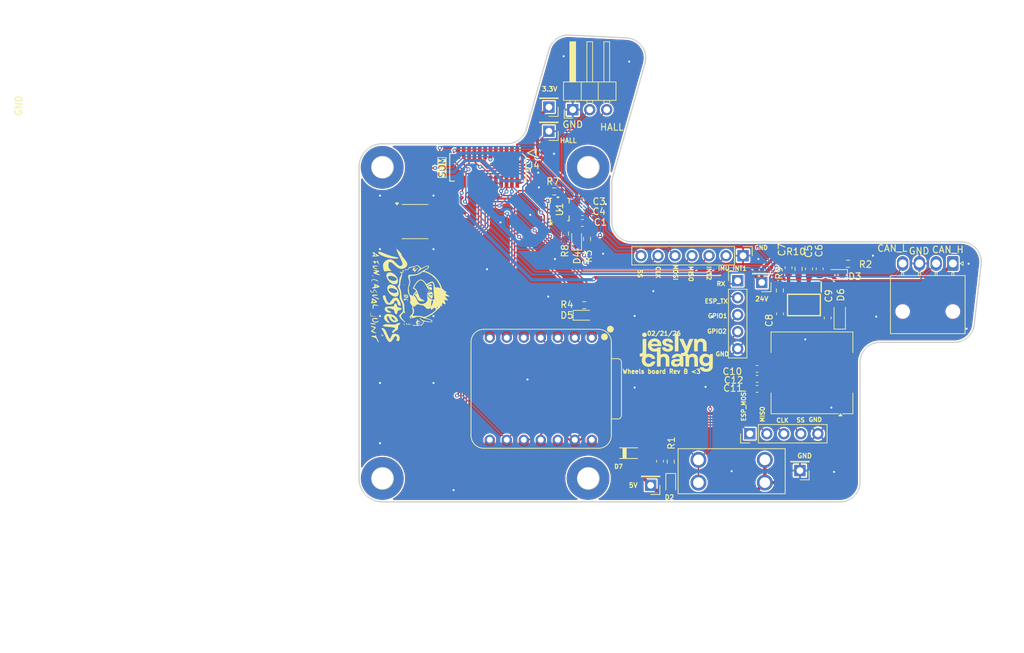
<source format=kicad_pcb>
(kicad_pcb (version 20241229) (generator "pcbnew") (generator_version "9.0")
  (layers (0 "F.Cu" signal) (2 "B.Cu" signal) (13 "F.Paste" user) (15 "B.Paste" user) (5 "F.SilkS" user "F.Silkscreen") (7 "B.SilkS" user "B.Silkscreen") (1 "F.Mask" user) (3 "B.Mask" user) (25 "Edge.Cuts" user))
  (net 0 "")
  (net 1 "+3.3V")
  (net 2 "GND")
  (net 3 "+24V")
  (net 4 "Net-(U4-SS)")
  (net 5 "Net-(U4-COMP)")
  (net 6 "Net-(C8-Pad2)")
  (net 7 "Net-(U4-BOOT)")
  (net 8 "/24v to 5v convertor/IND_NODE")
  (net 9 "+5V")
  (net 10 "Net-(U2-5V)")
  (net 11 "Net-(D2-K)")
  (net 12 "Net-(D3-K)")
  (net 13 "Net-(D4-K)")
  (net 14 "/XIAO_HEARTBEAT_LED")
  (net 15 "Net-(D5-K)")
  (net 16 "/HALL_OUT")
  (net 17 "/ESP_SPI_MISO")
  (net 18 "/ESP_SPI_CLK")
  (net 19 "/ESP_SPI_MOSI")
  (net 20 "/ESP_SPI_SS")
  (net 21 "/IMU_SPI_SS")
  (net 22 "/IMU_SPI_MISO")
  (net 23 "/IMU_SPI_CLK")
  (net 24 "/IMU_SPI_MOSI")
  (net 25 "/ESP_UART_TX")
  (net 32 "/IMU_INT2")
  (net 36 "/EXTRA_GPIO2")
  (net 37 "/IMU_INT1")
  (net 41 "/ESP_UART_RX")
  (net 43 "/EXTRA_GPIO1")
  (net 45 "/24v to 5v convertor/ROSC")
  (net 54 "Net-(J3-Pin_2)")
  (net 55 "/CAN_L")
  (net 56 "/CAN_H")
  (net 57 "/HALL_PSOM")
  (footprint "Capacitor_SMD:C_0603_1608Metric_Pad1.08x0.95mm_HandSolder" (layer "F.Cu") (at 227.550002 78.000002 -90)
    (property "Reference" "C9")
    (property "Value" "0.1uF")
  )
  (footprint "Capacitor_SMD:C_0603_1608Metric_Pad1.08x0.95mm_HandSolder" (layer "F.Cu") (at 220.439001 77.384802 90)
    (property "Reference" "C8")
    (property "Value" "3.3nF")
  )
  (footprint "Connector_PinHeader_2.54mm:PinHeader_1x01_P2.54mm_Vertical" (layer "F.Cu") (at 185.9 50.1 180)
    (property "Reference" "J11" (hide yes))
    (property "Value" "hall_out")
  )
  (footprint "Resistor_SMD:R_0603_1608Metric_Pad0.98x0.95mm_HandSolder" (layer "F.Cu") (at 230.6 69.9)
    (property "Reference" "R2")
    (property "Value" "4.2k")
  )
  (footprint "LOGO" (layer "F.Cu") (at 208.2 80.9)
    (property "Reference" "G***" (hide yes))
    (property "Value" "LOGO" (hide yes))
  )
  (footprint "Connector_PinHeader_2.54mm:PinHeader_1x07_P2.54mm_Vertical" (layer "F.Cu") (at 214.9 68.7 -90)
    (property "Reference" "J7" (hide yes))
    (property "Value" "Conn_01x07")
  )
  (footprint "Connector_Molex:Molex_Nano-Fit_105313-xx04_1x04_P2.50mm_Horizontal" (layer "F.Cu") (at 246.25 69.86 -90)
    (property "Reference" "J6" (hide yes))
    (property "Value" "Conn_01x05_Pin")
  )
  (footprint "UTSVT_Logos:roosters" (layer "F.Cu") (at 165.1 74.5 -90)
    (property "Reference" "LOGO2" (hide yes))
    (property "Value" "Rooster" (hide yes))
  )
  (footprint "Connector_PinHeader_2.54mm:PinHeader_1x01_P2.54mm_Vertical" (layer "F.Cu") (at 217.7 72.7 180)
    (property "Reference" "J2" (hide yes))
    (property "Value" "24v")
  )
  (footprint "diode:SOD3716X135N" (layer "F.Cu") (at 197.8 98.2)
    (property "Reference" "D7")
    (property "Value" "MBR0520LT1G")
  )
  (footprint "Connector_PinHeader_2.54mm:PinHeader_1x05_P2.54mm_Vertical" (layer "F.Cu") (at 214.1 72.44)
    (property "Reference" "J12" (hide yes))
    (property "Value" "Conn_01x05")
  )
  (footprint "Resistor_SMD:R_0603_1608Metric_Pad0.98x0.95mm_HandSolder" (layer "F.Cu") (at 191.1875 76.1)
    (property "Reference" "R4")
    (property "Value" "1.5k")
  )
  (footprint "Capacitor_SMD:C_0603_1608Metric_Pad1.08x0.95mm_HandSolder" (layer "F.Cu") (at 190.9 62.2)
    (property "Reference" "C4")
    (property "Value" "100nf")
  )
  (footprint "Connector_PinHeader_2.54mm:PinHeader_1x01_P2.54mm_Vertical" (layer "F.Cu") (at 201.1 103 180)
    (property "Reference" "J9" (hide yes))
    (property "Value" "5v")
  )
  (footprint "Resistor_SMD:R_0603_1608Metric_Pad0.98x0.95mm_HandSolder" (layer "F.Cu") (at 223.200002 70.6625 90)
    (property "Reference" "R10")
    (property "Value" "ROSC")
  )
  (footprint "Resistor_SMD:R_0603_1608Metric_Pad0.98x0.95mm_HandSolder" (layer "F.Cu") (at 204.1 99.4625 90)
    (property "Reference" "R1")
    (property "Value" "1.5k")
  )
  (footprint "Capacitor_SMD:C_0603_1608Metric_Pad1.08x0.95mm_HandSolder" (layer "F.Cu") (at 217 85.6 180)
    (property "Reference" "C10")
    (property "Value" "10uF")
  )
  (footprint "LED_SMD:LED_0603_1608Metric_Pad1.05x0.95mm_HandSolder" (layer "F.Cu") (at 204.1 102.9 -90)
    (property "Reference" "D2")
    (property "Value" "LED")
  )
  (footprint "XIAO-ESP32S3:XIAO-ESP32S3-DIP" (layer "F.Cu") (at 184.68 88.58 -90)
    (property "Reference" "U2" (hide yes))
    (property "Value" "XIAO-ESP32-S3-SMD")
  )
  (footprint "LED_SMD:LED_0603_1608Metric_Pad1.05x0.95mm_HandSolder" (layer "F.Cu") (at 191.1875 77.6)
    (property "Reference" "D5")
    (property "Value" "LED")
  )
  (footprint "Capacitor_SMD:C_0603_1608Metric_Pad1.08x0.95mm_HandSolder" (layer "F.Cu") (at 226.350001 70.6625 90)
    (property "Reference" "C6")
    (property "Value" "1uF")
  )
  (footprint "UTSVT_Power:TPS5405DR" (layer "F.Cu") (at 224.000002 76.062501 -90)
    (property "Reference" "U4" (hide yes))
    (property "Value" "TPS5405DR" (hide yes))
  )
  (footprint "Capacitor_SMD:C_0603_1608Metric_Pad1.08x0.95mm_HandSolder" (layer "F.Cu") (at 217 87.1 180)
    (property "Reference" "C12")
    (property "Value" "10uF")
  )
  (footprint "ASM330LHHTR-IMU:LGA-14L_2P5X3X0P83_STM" (layer "F.Cu") (at 187.5 61.8 90)
    (property "Reference" "U1")
    (property "Value" "ASM330LHHTR")
  )
  (footprint "Capacitor_SMD:C_0603_1608Metric_Pad1.08x0.95mm_HandSolder" (layer "F.Cu") (at 221.7 70.5 90)
    (property "Reference" "C7")
    (property "Value" "10nF")
  )
  (footprint "Resistor_SMD:R_0603_1608Metric_Pad0.98x0.95mm_HandSolder" (layer "F.Cu") (at 186.7 59.1 180)
    (property "Reference" "R7")
    (property "Value" "10k")
  )
  (footprint "Diode_SMD:D_SOD-323_HandSoldering" (layer "F.Cu") (at 229.350002 77.6625 90)
    (property "Reference" "D6")
    (property "Value" "MBR230S1F")
  )
  (footprint "Connector_PinHeader_2.54mm:PinHeader_1x01_P2.54mm_Vertical" (layer "F.Cu") (at 223.4 100.8 180)
    (property "Reference" "J10" (hide yes))
    (property "Value" "gnd")
  )
  (footprint "Capacitor_SMD:C_0603_1608Metric_Pad1.08x0.95mm_HandSolder" (layer "F.Cu") (at 224.750002 70.662502 90)
    (property "Reference" "C5")
    (property "Value" "10uF")
  )
  (footprint "Capacitor_SMD:C_0603_1608Metric_Pad1.08x0.95mm_HandSolder" (layer "F.Cu") (at 190.9 60.6)
    (property "Reference" "C3")
    (property "Value" "10uf")
  )
  (footprint "UTSVT_Connectors:PeripheralSOM" (layer "F.Cu") (at 176.77 55.5)
    (property "Reference" "J4")
    (property "Value" "53307-2471")
  )
  (footprint "Capacitor_SMD:C_0603_1608Metric_Pad1.08x0.95mm_HandSolder" (layer "F.Cu") (at 202.5 99.4 -90)
    (property "Reference" "C2" (hide yes))
    (property "Value" "100nf")
  )
  (footprint "Resistor_SMD:R_0603_1608Metric_Pad0.98x0.95mm_HandSolder" (layer "F.Cu") (at 188.3 65.4 -90)
    (property "Reference" "R8")
    (property "Value" "10k")
  )
  (footprint "Package_SO:SOIC-8_3.9x4.9mm_P1.27mm" (layer "F.Cu") (at 165.9 63.6)
    (property "Reference" "U5" (hide yes))
    (property "Value" "TLV9002QDRQ1")
  )
  (footprint "Connector_PinHeader_2.54mm:PinHeader_1x03_P2.54mm_Horizontal" (layer "F.Cu") (at 189.46 46.885 90)
    (property "Reference" "J3" (hide yes))
    (property "Value" "Conn_01x03")
  )
  (footprint "Connector_PinHeader_2.54mm:PinHeader_1x01_P2.54mm_Vertical" (layer "F.Cu") (at 185.9 46.5 180)
    (property "Reference" "J8" (hide yes))
    (property "Value" "24v")
  )
  (footprint "Connector_PinHeader_2.54mm:PinHeader_1x05_P2.54mm_Vertical" (layer "F.Cu") (at 215.920001 95.3 90)
    (property "Reference" "J1" (hide yes))
    (property "Value" "Conn_01x05")
  )
  (footprint "LED_SMD:LED_0603_1608Metric_Pad1.05x0.95mm_HandSolder" (layer "F.Cu") (at 228.850001 71.512501 180)
    (property "Reference" "D3")
    (property "Value" "LED")
  )
  (footprint "Capacitor_SMD:C_0603_1608Metric_Pad1.08x0.95mm_HandSolder" (layer "F.Cu") (at 190.9 63.8)
    (property "Reference" "C1")
    (property "Value" "100nf")
  )
  (footprint "Capacitor_SMD:C_0603_1608Metric_Pad1.08x0.95mm_HandSolder" (layer "F.Cu") (at 217 88.6 180)
    (property "Reference" "C11")
    (property "Value" "10uF")
  )
  (footprint "Inductor_SMD:L_Coilcraft_MSS1246-XXX" (layer "F.Cu") (at 225.2 86.2 180)
    (property "Reference" "L1" (hide yes))
    (property "Value" "100uH")
  )
  (footprint "Resistor_SMD:R_0603_1608Metric_Pad0.98x0.95mm_HandSolder" (layer "F.Cu") (at 191.6 66.2 90)
    (property "Reference" "R3")
    (property "Value" "1.5k")
  )
  (footprint "Fuse:FUSE_3568" (layer "F.Cu") (at 213.2 100.9 180)
    (property "Reference" "F1" (hide yes))
    (property "Value" "Fuse")
  )
  (footprint "LED_SMD:LED_0603_1608Metric_Pad1.05x0.95mm_HandSolder" (layer "F.Cu") (at 190.044365 66.2 90)
    (property "Reference" "D4")
    (property "Value" "LED")
  )
  (footprint "Resistor_SMD:R_0603_1608Metric_Pad0.98x0.95mm_HandSolder" (layer "F.Cu") (at 220.4 73.9 90)
    (property "Reference" "R9")
    (property "Value" "16k")
  )
  (gr_line (start 195.403809 57.021183) (end 200.243431 39.990125) (stroke (width 0.2)) (layer "Edge.Cuts"))
  (gr_arc (start 232.378684 102.478676) (mid 231.5 104.6) (end 229.378687 105.478673) (stroke (width 0.2)) (layer "Edge.Cuts"))
  (gr_arc (start 161.039558 105.478673) (mid 158.564689 104.453555) (end 157.539558 101.978674) (stroke (width 0.2)) (layer "Edge.Cuts"))
  (gr_arc (start 182.528429 49.798702) (mid 181.451012 51.372432) (end 179.642723 51.978687) (stroke (width 0.2)) (layer "Edge.Cuts"))
  (gr_line (start 185.903507 37.921519) (end 182.528431 49.798703) (stroke (width 0.2)) (layer "Edge.Cuts"))
  (gr_circle (center 161.039558 55.478673) (end 162.639558 55.478673) (stroke (width 0.2)) (fill no) (layer "Edge.Cuts"))
  (gr_line (start 235.288423 81.63895) (end 246.488423 81.63895) (stroke (width 0.2)) (layer "Edge.Cuts"))
  (gr_line (start 161.039558 105.478673) (end 229.378687 105.478673) (stroke (width 0.2)) (layer "Edge.Cuts"))
  (gr_line (start 195.289558 63.638953) (end 195.289558 57.841217) (stroke (width 0.2)) (layer "Edge.Cuts"))
  (gr_arc (start 157.539558 55.478676) (mid 158.564678 53.003797) (end 161.039561 51.978673) (stroke (width 0.2)) (layer "Edge.Cuts"))
  (gr_circle (center 191.789558 55.478673) (end 193.389558 55.478673) (stroke (width 0.2)) (fill no) (layer "Edge.Cuts"))
  (gr_line (start 179.633237 51.978673) (end 161.039561 51.978673) (stroke (width 0.2)) (layer "Edge.Cuts"))
  (gr_line (start 157.539558 55.478676) (end 157.539558 101.978674) (stroke (width 0.2)) (layer "Edge.Cuts"))
  (gr_line (start 232.378684 102.478676) (end 232.378684 84.638948) (stroke (width 0.2)) (layer "Edge.Cuts"))
  (gr_arc (start 197.507539 36.173842) (mid 199.795848 37.42218) (end 200.24343 39.990125) (stroke (width 0.2)) (layer "Edge.Cuts"))
  (gr_arc (start 195.289558 57.841217) (mid 195.318252 57.427239) (end 195.403809 57.021183) (stroke (width 0.2)) (layer "Edge.Cuts"))
  (gr_line (start 247.48729 66.63895) (end 198.289556 66.63895) (stroke (width 0.2)) (layer "Edge.Cuts"))
  (gr_arc (start 247.48729 66.63895) (mid 249.726694 67.642711) (end 250.467573 69.982254) (stroke (width 0.2)) (layer "Edge.Cuts"))
  (gr_arc (start 232.377264 84.638948) (mid 233.224717 82.548831) (end 235.288423 81.63895) (stroke (width 0.2)) (layer "Edge.Cuts"))
  (gr_circle (center 161.039558 101.978673) (end 162.639558 101.978673) (stroke (width 0.2)) (fill no) (layer "Edge.Cuts"))
  (gr_line (start 249.434956 78.982677) (end 250.467573 69.982254) (stroke (width 0.2)) (layer "Edge.Cuts"))
  (gr_circle (center 191.789558 101.978673) (end 193.389558 101.978673) (stroke (width 0.2)) (fill no) (layer "Edge.Cuts"))
  (gr_arc (start 198.289556 66.63895) (mid 196.168245 65.760254) (end 195.289558 63.638953) (stroke (width 0.2)) (layer "Edge.Cuts"))
  (gr_arc (start 249.434956 78.982677) (mid 248.471991 80.876872) (end 246.488423 81.63895) (stroke (width 0.2)) (layer "Edge.Cuts"))
  (gr_line (start 197.507539 36.173842) (end 188.939116 35.745291) (stroke (width 0.2)) (layer "Edge.Cuts"))
  (gr_arc (start 185.903507 37.921519) (mid 187.041307 36.303329) (end 188.939116 35.745291) (stroke (width 0.2)) (layer "Edge.Cuts"))
  (gr_text "ESP_TX\n" (at 210.9 75.5 0) (layer "F.SilkS") (effects (font (size 0.640597 0.640597))))
  (gr_text "5V" (at 198.5 103 0) (layer "F.SilkS") (effects (font (size 0.7 0.7))))
  (gr_text "GND\n" (at 225.7 93.2 0) (layer "F.SilkS") (effects (font (size 0.640597 0.640597))))
  (gr_text "GND\n" (at 106.7 46.3 90) (layer "F.SilkS") (effects (font (size 1 1))))
  (gr_text "GPIO2" (at 211 80 0) (layer "F.SilkS") (effects (font (size 0.640597 0.640597))))
  (gr_text "CLK" (at 202.2 71.2 270) (layer "F.SilkS") (effects (font (size 0.640597 0.640597))))
  (gr_text "CLK\n" (at 220.8 93.3 0) (layer "F.SilkS") (effects (font (size 0.640597 0.640597))))
  (gr_text "MOSI\n" (at 204.800001 71.2 270) (layer "F.SilkS") (effects (font (size 0.640597 0.640597))))
  (gr_text "3.3V\n" (at 186 43.8 0) (layer "F.SilkS") (effects (font (size 0.7 0.7))))
  (gr_text "Wheels board Rev B <3" (at 196.8 86 0) (layer "F.SilkS") (effects (font (size 0.640597 0.640597)) (justify left)))
  (gr_text "GND\n" (at 217.6 67.5 0) (layer "F.SilkS") (effects (font (size 0.640597 0.640597))))
  (gr_text "MISO\n" (at 217.8 92.4 90) (layer "F.SilkS") (effects (font (size 0.640597 0.640597))))
  (gr_text "INT2" (at 209.8 71.3 270) (layer "F.SilkS") (effects (font (size 0.640597 0.640597))))
  (gr_text "HALL" (at 195.3 49.5 0) (layer "F.SilkS") (effects (font (size 1 1))))
  (gr_text "HALL\n" (at 188.8 51.5 0) (layer "F.SilkS") (effects (font (size 0.7 0.7))))
  (gr_text "GND" (at 211.8 83.4 0) (layer "F.SilkS") (effects (font (size 0.640597 0.640597))))
  (gr_text "GPIO1" (at 211.1 77.7 0) (layer "F.SilkS") (effects (font (size 0.640597 0.640597))))
  (gr_text "GND\n" (at 241.2 68 0) (layer "F.SilkS") (effects (font (size 1 1))))
  (gr_text "IMU_INT1\n" (at 213.3 70.6 0) (layer "F.SilkS") (effects (font (size 0.640597 0.640597))))
  (gr_text "24V\n" (at 217.7 75.153387 0) (layer "F.SilkS") (effects (font (size 0.7 0.7))))
  (gr_text "SS" (at 223.5 93.2 180) (layer "F.SilkS") (effects (font (size 0.640597 0.640597))))
  (gr_text "SS\n" (at 199.5 71.4 270) (layer "F.SilkS") (effects (font (size 0.640597 0.640597))))
  (gr_text "GND\n" (at 189.46 49.1 0) (layer "F.SilkS") (effects (font (size 1 1))))
  (gr_text "GND" (at 224.1 98.6 0) (layer "F.SilkS") (effects (font (size 0.7 0.7))))
  (gr_text "MISO\n" (at 207.1 71.4 270) (layer "F.SilkS") (effects (font (size 0.640597 0.640597))))
  (gr_text "RX\n" (at 211.6 72.9 0) (layer "F.SilkS") (effects (font (size 0.640597 0.640597))))
  (gr_text "ESP_MOSI\n" (at 215 91.1 90) (layer "F.SilkS") (effects (font (size 0.640597 0.640597))))
  (gr_text "CAN_L" (at 237.2 67.6 0) (layer "F.SilkS") (effects (font (size 1 1))))
  (gr_text "CAN_H\n" (at 245.5 67.8 0) (layer "F.SilkS") (effects (font (size 1 1))))
  (gr_text "02/21/26 " (at 203.331101 80.320418 0) (layer "F.SilkS") (effects (font (size 0.640597 0.640597))))
  (segment (start 189.137499 63) (end 188.937499 62.8) (width 0.45) (layer "F.Cu") (net 1))
  (segment (start 188.387068 60.6) (end 188.376768 60.5897) (width 0.5) (layer "F.Cu") (net 1))
  (segment (start 181.218608 57.698608) (end 181.17 57.65) (width 0.5) (layer "F.Cu") (net 1))
  (segment (start 190.037499 60.6) (end 190.037499 59.237499) (width 0.5) (layer "F.Cu") (net 1))
  (segment (start 169.7 56.2) (end 167.9086 57.9914) (width 0.5) (layer "F.Cu") (net 1))
  (segment (start 190.037499 63) (end 189.137499 63) (width 0.45) (layer "F.Cu") (net 1))
  (segment (start 190.037499 62.200001) (end 190.037499 60.6) (width 0.5) (layer "F.Cu") (net 1))
  (segment (start 188.937499 62.781198) (end 188.4563 62.299999) (width 0.2) (layer "F.Cu") (net 1))
  (segment (start 190.037499 63) (end 190.037499 62.200001) (width 0.5) (layer "F.Cu") (net 1))
  (segment (start 181.735634 57.698608) (end 181.218608 57.698608) (width 0.5) (layer "F.Cu") (net 1))
  (segment (start 188.937499 62.8) (end 188.937499 62.781198) (width 0.2) (layer "F.Cu") (net 1))
  (segment (start 190.037499 63.8) (end 190.037499 65.318135) (width 0.5) (layer "F.Cu") (net 1))
  (segment (start 167.9086 57.9914) (end 167.9086 61.2286) (width 0.5) (layer "F.Cu") (net 1))
  (segment (start 190.037499 65.318135) (end 190.044365 65.325001) (width 0.5) (layer "F.Cu") (net 1))
  (segment (start 184.2 54) (end 184.2 48.2) (width 0.5) (layer "F.Cu") (net 1))
  (segment (start 184.8 54) (end 184.2 54) (width 0.5) (layer "F.Cu") (net 1))
  (segment (start 190.037499 60.6) (end 188.387068 60.6) (width 0.5) (layer "F.Cu") (net 1))
  (segment (start 181.918513 57.515729) (end 181.735634 57.698608) (width 0.5) (layer "F.Cu") (net 1))
  (segment (start 167.9086 61.2286) (end 168.375 61.695) (width 0.5) (layer "F.Cu") (net 1))
  (segment (start 190.037499 59.237499) (end 184.8 54) (width 0.5) (layer "F.Cu") (net 1))
  (segment (start 184.2 48.2) (end 185.9 46.5) (width 0.5) (layer "F.Cu") (net 1))
  (segment (start 190.037499 63.799999) (end 190.037499 63) (width 0.5) (layer "F.Cu") (net 1))
  (via (at 184.2 54) (size 0.6) (drill 0.3) (layers "F.Cu" "B.Cu") (net 1))
  (via (at 181.918513 57.515729) (size 0.6) (drill 0.3) (layers "F.Cu" "B.Cu") (net 1))
  (via (at 169.7 56.2) (size 0.6) (drill 0.3) (layers "F.Cu" "B.Cu") (net 1))
  (segment (start 181.918513 57.515729) (end 181.918513 54.231434) (width 0.5) (layer "B.Cu") (net 1))
  (segment (start 173.429 54.471) (end 175.943846 54.471) (width 0.5) (layer "B.Cu") (net 1))
  (segment (start 182.649947 53.5) (end 183.568585 53.5) (width 0.5) (layer "B.Cu") (net 1))
  (segment (start 181.902784 57.5) (end 181.918513 57.515729) (width 0.5) (layer "B.Cu") (net 1))
  (segment (start 184.068585 54) (end 184.2 54) (width 0.5) (layer "B.Cu") (net 1))
  (segment (start 175.943846 54.471) (end 178.972846 57.5) (width 0.5) (layer "B.Cu") (net 1))
  (segment (start 178.972846 57.5) (end 181.902784 57.5) (width 0.5) (layer "B.Cu") (net 1))
  (segment (start 169.7 56.2) (end 171.7 56.2) (width 0.5) (layer "B.Cu") (net 1))
  (segment (start 183.568585 53.5) (end 184.068585 54) (width 0.5) (layer "B.Cu") (net 1))
  (segment (start 181.918513 54.231434) (end 182.649947 53.5) (width 0.5) (layer "B.Cu") (net 1))
  (segment (start 171.7 56.2) (end 173.429 54.471) (width 0.5) (layer "B.Cu") (net 1))
  (segment (start 220.4 72.9875) (end 220.4 73.5) (width 0.2) (layer "F.Cu") (net 2))
  (segment (start 179.57 53.349999) (end 181.17 53.35) (width 0.5) (layer "F.Cu") (net 2))
  (segment (start 220.4 73.5) (end 221.3 74.4) (width 0.2) (layer "F.Cu") (net 2))
  (segment (start 220.3875 72.9875) (end 219.5 72.1) (width 0.2) (layer "F.Cu") (net 2))
  (segment (start 191.762501 65.124999) (end 191.6 65.2875) (width 0.2) (layer "F.Cu") (net 2))
  (segment (start 191.762501 63.8) (end 191.762501 65.124999) (width 0.2) (layer "F.Cu") (net 2))
  (via (at 198.7 77.7) (size 0.6) (drill 0.3) (layers "F.Cu" "B.Cu") (net 2))
  (via (at 217.194695 69.197278) (size 0.6) (drill 0.3) (layers "F.Cu" "B.Cu") (net 2))
  (via (at 234.3 68.7) (size 0.6) (drill 0.3) (layers "F.Cu" "B.Cu") (net 2))
  (via (at 178.6596 63.72) (size 0.6) (drill 0.3) (layers "F.Cu" "B.Cu") (net 2))
  (via (at 168.6596 87.72) (size 0.6) (drill 0.3) (layers "F.Cu" "B.Cu") (net 2))
  (via (at 186.8 69.2) (size 0.6) (drill 0.3) (layers "F.Cu" "B.Cu") (net 2))
  (via (at 228.1 91.4) (size 0.6) (drill 0.3) (layers "F.Cu" "B.Cu") (net 2))
  (via (at 184.4 58.5) (size 0.6) (drill 0.3) (layers "F.Cu" "B.Cu") (net 2))
  (via (at 185.8 74.8) (size 0.6) (drill 0.3) (layers "F.Cu" "B.Cu") (net 2))
  (via (at 184.3 56.3) (size 0.6) (drill 0.3) (layers "F.Cu" "B.Cu") (net 2))
  (via (at 183.1 62.6) (size 0.6) (drill 0.3) (layers "F.Cu" "B.Cu") (net 2))
  (via (at 198.7 88.4) (size 0.6) (drill 0.3) (layers "F.Cu" "B.Cu") (net 2))
  (via (at 194 68.4) (size 0.6) (drill 0.3) (layers "F.Cu" "B.Cu") (net 2))
  (via (at 210.3 77.8) (size 0.6) (drill 0.3) (layers "F.Cu" "B.Cu") (net 2))
  (via (at 168.6596 67.72) (size 0.6) (drill 0.3) (layers "F.Cu" "B.Cu") (net 2))
  (via (at 197.9 39.7) (size 0.6) (drill 0.3) (layers "F.Cu" "B.Cu") (net 2))
  (via (at 168.6596 59.72) (size 0.6) (drill 0.3) (layers "F.Cu" "B.Cu") (net 2))
  (via (at 188.1 38.9) (size 0.6) (drill 0.3) (layers "F.Cu" "B.Cu") (net 2))
  (via (at 186.6596 53.47) (size 0.6) (drill 0.3) (layers "F.Cu" "B.Cu") (net 2))
  (via (at 224.200001 81.212501) (size 0.6) (drill 0.3) (layers "F.Cu" "B.Cu") (net 2))
  (via (at 168.6596 77.72) (size 0.6) (drill 0.3) (layers "F.Cu" "B.Cu") (net 2))
  (via (at 228.5 101) (size 0.6) (drill 0.3) (layers "F.Cu" "B.Cu") (net 2))
  (via (at 176.6596 70.72) (size 0.6) (drill 0.3) (layers "F.Cu" "B.Cu") (net 2))
  (via (at 201.5 74) (size 0.6) (drill 0.3) (layers "F.Cu" "B.Cu") (net 2))
  (via (at 248.6 69.9) (size 0.6) (drill 0.3) (layers "F.Cu" "B.Cu") (net 2))
  (via (at 182.7 87.2) (size 0.6) (drill 0.3) (layers "F.Cu" "B.Cu") (net 2))
  (via (at 187.5 61.8) (size 0.6) (drill 0.3) (layers "F.Cu" "B.Cu") (net 2))
  (via (at 160.6596 87.72) (size 0.6) (drill 0.3) (layers "F.Cu" "B.Cu") (net 2))
  (via (at 160.6596 96.72) (size 0.6) (drill 0.3) (layers "F.Cu" "B.Cu") (net 2))
  (via (at 209.3 88.3) (size 0.6) (drill 0.3) (layers "F.Cu" "B.Cu") (net 2))
  (via (at 160.6596 67.72) (size 0.6) (drill 0.3) (layers "F.Cu" "B.Cu") (net 2))
  (via (at 171.6596 103.72) (size 0.6) (drill 0.3) (layers "F.Cu" "B.Cu") (net 2))
  (via (at 160.6596 59.72) (size 0.6) (drill 0.3) (layers "F.Cu" "B.Cu") (net 2))
  (via (at 234.8 77.8) (size 0.6) (drill 0.3) (layers "F.Cu" "B.Cu") (net 2))
  (via (at 213.2 100.9) (size 0.6) (drill 0.3) (layers "F.Cu" "B.Cu") (net 2))
  (via (at 194.4 61) (size 0.6) (drill 0.3) (layers "F.Cu" "B.Cu") (net 2))
  (via (at 248.3 79.6) (size 0.6) (drill 0.3) (layers "F.Cu" "B.Cu") (net 2))
  (via (at 160.6596 77.72) (size 0.6) (drill 0.3) (layers "F.Cu" "B.Cu") (net 2))
  (segment (start 228.901002 72.438501) (end 243.671499 72.438501) (width 0.5) (layer "F.Cu") (net 3))
  (segment (start 172.37 57.65) (end 172.1086 57.9114) (width 0.5) (layer "F.Cu") (net 3))
  (segment (start 172.1086 61.067472) (end 173.620563 62.579435) (width 0.5) (layer "F.Cu") (net 3))
  (segment (start 227.5 68.9) (end 227.5 71.037499) (width 0.5) (layer "F.Cu") (net 3))
  (segment (start 227.975002 71.512501) (end 228.901002 72.438501) (width 0.5) (layer "F.Cu") (net 3))
  (segment (start 227.975001 71.512501) (end 226.362501 71.512501) (width 0.5) (layer "F.Cu") (net 3))
  (segment (start 211.938 72) (end 213.038 70.9) (width 0.5) (layer "F.Cu") (net 3))
  (segment (start 227.5 71.037499) (end 227.975002 71.512501) (width 0.5) (layer "F.Cu") (net 3))
  (segment (start 172.1086 57.9114) (end 172.1086 61.067472) (width 0.5) (layer "F.Cu") (net 3))
  (segment (start 220.7 67.8) (end 226.4 67.8) (width 0.5) (layer "F.Cu") (net 3))
  (segment (start 192.6 72.2) (end 192.8 72) (width 0.5) (layer "F.Cu") (net 3))
  (segment (start 226.350002 71.525001) (end 224.750001 71.525002) (width 0.5) (layer "F.Cu") (net 3))
  (segment (start 217.7 72.7) (end 217.7 70.8) (width 0.5) (layer "F.Cu") (net 3))
  (segment (start 217.7 70.8) (end 220.7 67.8) (width 0.5) (layer "F.Cu") (net 3))
  (segment (start 192.8 72) (end 211.938 72) (width 0.5) (layer "F.Cu") (net 3))
  (segment (start 226.362501 71.512501) (end 226.350002 71.525001) (width 0.5) (layer "F.Cu") (net 3))
  (segment (start 243.671499 72.438501) (end 246.25 69.86) (width 0.5) (layer "F.Cu") (net 3))
  (segment (start 215.9 70.9) (end 217.7 72.7) (width 0.5) (layer "F.Cu") (net 3))
  (segment (start 213.038 70.9) (end 215.9 70.9) (width 0.5) (layer "F.Cu") (net 3))
  (segment (start 224.750002 71.525003) (end 224.750002 73.236501) (width 0.5) (layer "F.Cu") (net 3))
  (segment (start 224.750002 73.236501) (end 224.635002 73.351501) (width 0.5) (layer "F.Cu") (net 3))
  (segment (start 226.4 67.8) (end 227.5 68.9) (width 0.5) (layer "F.Cu") (net 3))
  (via (at 192.6 72.2) (size 0.6) (drill 0.3) (layers "F.Cu" "B.Cu") (net 3))
  (via (at 173.620563 62.579435) (size 0.6) (drill 0.3) (layers "F.Cu" "B.Cu") (net 3))
  (segment (start 173.620563 62.579435) (end 183.341128 72.3) (width 0.5) (layer "B.Cu") (net 3))
  (segment (start 183.341128 72.3) (end 192.5 72.3) (width 0.5) (layer "B.Cu") (net 3))
  (segment (start 192.5 72.3) (end 192.6 72.2) (width 0.5) (layer "B.Cu") (net 3))
  (segment (start 221.7 71.362501) (end 221.7 72.956499) (width 0.5) (layer "F.Cu") (net 4))
  (segment (start 221.7 72.956499) (end 222.095002 73.351501) (width 0.5) (layer "F.Cu") (net 4))
  (segment (start 220.439001 78.247303) (end 221.127803 77.558501) (width 0.5) (layer "F.Cu") (net 5))
  (segment (start 223.365002 78.052501) (end 223.365002 78.773501) (width 0.5) (layer "F.Cu") (net 5))
  (segment (start 221.127803 77.558501) (end 222.871002 77.558501) (width 0.5) (layer "F.Cu") (net 5))
  (segment (start 222.871002 77.558501) (end 223.365002 78.052501) (width 0.5) (layer "F.Cu") (net 5))
  (segment (start 220.4 76.4833) (end 220.439001 76.522301) (width 0.5) (layer "F.Cu") (net 6))
  (segment (start 220.4 74.8125) (end 220.4 76.4833) (width 0.5) (layer "F.Cu") (net 6))
  (segment (start 225.905002 73.351501) (end 225.905002 75.492501) (width 0.5) (layer "F.Cu") (net 7))
  (segment (start 225.905002 75.492501) (end 227.550002 77.137501) (width 0.5) (layer "F.Cu") (net 7))
  (segment (start 228.6 99) (end 225 102.6) (width 0.5) (layer "F.Cu") (net 9))
  (segment (start 218.16 102.6) (end 218.16 99.2) (width 0.5) (layer "F.Cu") (net 9))
  (segment (start 218.16 102.6) (end 216.509 104.251) (width 0.5) (layer "F.Cu") (net 9))
  (segment (start 204.1 103.774999) (end 201.874999 103.774999) (width 0.5) (layer "F.Cu") (net 9))
  (segment (start 222.095002 85.054998) (end 220.95 86.200001) (width 0.5) (layer "F.Cu") (net 9))
  (segment (start 217.862501 88.6) (end 222.7 88.6) (width 0.5) (layer "F.Cu") (net 9))
  (segment (start 222.7 88.6) (end 228.6 94.5) (width 0.5) (layer "F.Cu") (net 9))
  (segment (start 228.6 94.5) (end 228.6 99) (width 0.5) (layer "F.Cu") (net 9))
  (segment (start 225 102.6) (end 218.16 102.6) (width 0.5) (layer "F.Cu") (net 9))
  (segment (start 201.874999 103.774999) (end 201.1 103) (width 0.5) (layer "F.Cu") (net 9))
  (segment (start 199.435001 101.335001) (end 201.1 103) (width 0.5) (layer "F.Cu") (net 9))
  (segment (start 199.435001 98.2) (end 199.435001 101.335001) (width 0.5) (layer "F.Cu") (net 9))
  (segment (start 216.509 104.251) (end 204.576001 104.251) (width 0.5) (layer "F.Cu") (net 9))
  (segment (start 204.576001 104.251) (end 204.1 103.774999) (width 0.5) (layer "F.Cu") (net 9))
  (segment (start 196.164999 98.2) (end 193.465 98.2) (width 0.5) (layer "F.Cu") (net 10))
  (segment (start 193.465 98.2) (end 192.3 97.035) (width 0.5) (layer "F.Cu") (net 10))
  (segment (start 204.1 100.375) (end 204.1 102.025001) (width 0.2) (layer "F.Cu") (net 11))
  (segment (start 229.6875 69.9) (end 229.6875 71.475001) (width 0.2) (layer "F.Cu") (net 12))
  (segment (start 229.6875 71.475001) (end 229.725 71.512501) (width 0.2) (layer "F.Cu") (net 12))
  (segment (start 191.6 67.112501) (end 190.081866 67.1125) (width 0.2) (layer "F.Cu") (net 13))
  (segment (start 190.081866 67.1125) (end 190.044365 67.074998) (width 0.2) (layer "F.Cu") (net 13))
  (segment (start 192.389 77.926501) (end 192.062499 77.6) (width 0.2) (layer "F.Cu") (net 14))
  (segment (start 192.389 79.845001) (end 192.389 77.926501) (width 0.2) (layer "F.Cu") (net 14))
  (segment (start 190.312502 76.137501) (end 190.275 76.1) (width 0.2) (layer "F.Cu") (net 15))
  (segment (start 190.312502 77.6) (end 190.312502 76.137501) (width 0.2) (layer "F.Cu") (net 15))
  (segment (start 162.450001 64.235) (end 163.425 64.235) (width 0.2) (layer "F.Cu") (net 16))
  (segment (start 169.6 53.8) (end 161.9 61.5) (width 0.2) (layer "F.Cu") (net 16))
  (segment (start 161.9 63.684999) (end 162.450001 64.235) (width 0.2) (layer "F.Cu") (net 16))
  (segment (start 161.9 61.5) (end 161.9 63.684999) (width 0.2) (layer "F.Cu") (net 16))
  (segment (start 191.324999 50.1) (end 185.9 50.1) (width 0.2) (layer "F.Cu") (net 16))
  (segment (start 169.6 52.6) (end 169.6 53.8) (width 0.2) (layer "F.Cu") (net 16))
  (segment (start 194.539999 46.885) (end 191.324999 50.1) (width 0.2) (layer "F.Cu") (net 16))
  (via (at 169.6 52.6) (size 0.6) (drill 0.3) (layers "F.Cu" "B.Cu") (net 16))
  (segment (start 183.610918 52.389082) (end 185.9 50.1) (width 0.2) (layer "B.Cu") (net 16))
  (segment (start 169.810918 52.389082) (end 183.610918 52.389082) (width 0.2) (layer "B.Cu") (net 16))
  (segment (start 169.6 52.6) (end 169.810918 52.389082) (width 0.2) (layer "B.Cu") (net 16))
  (segment (start 173.1586 67.4539) (end 173.1586 95.5586) (width 0.2) (layer "F.Cu") (net 17))
  (segment (start 216.760001 93.6) (end 216.5 93.6) (width 0.2) (layer "F.Cu") (net 17))
  (segment (start 176.37 64.2425) (end 173.1586 67.4539) (width 0.2) (layer "F.Cu") (net 17))
  (segment (start 185.575 93.6) (end 216.5 93.6) (width 0.2) (layer "F.Cu") (net 17))
  (segment (start 218.460001 95.3) (end 216.760001 93.6) (width 0.2) (layer "F.Cu") (net 17))
  (segment (start 182.14 97.035) (end 185.575 93.6) (width 0.2) (layer "F.Cu") (net 17))
  (segment (start 182.14 98.76) (end 182.14 97.035) (width 0.2) (layer "F.Cu") (net 17))
  (segment (start 181.6 99.3) (end 182.14 98.76) (width 0.2) (layer "F.Cu") (net 17))
  (segment (start 176.9 99.3) (end 181.6 99.3) (width 0.2) (layer "F.Cu") (net 17))
  (segment (start 176.369999 57.65) (end 176.37 64.2425) (width 0.2) (layer "F.Cu") (net 17))
  (segment (start 173.1586 95.5586) (end 176.9 99.3) (width 0.2) (layer "F.Cu") (net 17))
  (segment (start 172.3566 89.401) (end 172.1576 89.6) (width 0.2) (layer "F.Cu") (net 18))
  (segment (start 218.9 93.2) (end 218.5 93.2) (width 0.2) (layer "F.Cu") (net 18))
  (segment (start 172.3566 67.1217) (end 172.3566 89.401) (width 0.2) (layer "F.Cu") (net 18))
  (segment (start 182.6 93.2) (end 218.5 93.2) (width 0.2) (layer "F.Cu") (net 18))
  (segment (start 179.6 96.2) (end 182.6 93.2) (width 0.2) (layer "F.Cu") (net 18))
  (segment (start 174.77 57.649999) (end 174.77 58.6304) (width 0.2) (layer "F.Cu") (net 18))
  (segment (start 175.3596 59.22) (end 175.3596 64.1187) (width 0.2) (layer "F.Cu") (net 18))
  (segment (start 174.77 58.6304) (end 175.3596 59.22) (width 0.2) (layer "F.Cu") (net 18))
  (segment (start 175.3596 64.1187) (end 172.3566 67.1217) (width 0.2) (layer "F.Cu") (net 18))
  (segment (start 221 95.3) (end 218.9 93.2) (width 0.2) (layer "F.Cu") (net 18))
  (via (at 172.1576 89.6) (size 0.6) (drill 0.3) (layers "F.Cu" "B.Cu") (net 18))
  (segment (start 172.1576 89.6) (end 173 89.6) (width 0.2) (layer "B.Cu") (net 18))
  (segment (start 173 89.6) (end 179.6 96.2) (width 0.2) (layer "B.Cu") (net 18))
  (segment (start 214.620001 94) (end 215.920001 95.3) (width 0.2) (layer "F.Cu") (net 19))
  (segment (start 184.68 96.2) (end 184.68 95.42) (width 0.2) (layer "F.Cu") (net 19))
  (segment (start 184.68 95.42) (end 186.1 94) (width 0.2) (layer "F.Cu") (net 19))
  (segment (start 186.1 94) (end 214.620001 94) (width 0.2) (layer "F.Cu") (net 19))
  (segment (start 175.569999 57.65) (end 175.771279 57.851281) (width 0.2) (layer "F.Cu") (net 19))
  (segment (start 184.68 97.12) (end 184.68 97.035) (width 0.2) (layer "F.Cu") (net 19))
  (segment (start 176.8 99.8) (end 182 99.8) (width 0.2) (layer "F.Cu") (net 19))
  (segment (start 182 99.8) (end 184.68 97.12) (width 0.2) (layer "F.Cu") (net 19))
  (segment (start 175.771279 64.27412) (end 172.7576 67.2878) (width 0.2) (layer "F.Cu") (net 19))
  (segment (start 172.7576 95.7576) (end 176.8 99.8) (width 0.2) (layer "F.Cu") (net 19))
  (segment (start 172.7576 67.2878) (end 172.7576 95.7576) (width 0.2) (layer "F.Cu") (net 19))
  (segment (start 175.771279 57.851281) (end 175.771279 64.27412) (width 0.2) (layer "F.Cu") (net 19))
  (segment (start 176.8596 60.12) (end 177.3606 60.621) (width 0.2) (layer "F.Cu") (net 20))
  (segment (start 176.859599 58.870057) (end 176.8596 60.12) (width 0.2) (layer "F.Cu") (net 20))
  (segment (start 196.52 92.8) (end 184.68 80.96) (width 0.2) (layer "F.Cu") (net 20))
  (segment (start 177.3606 60.621) (end 180.115771 60.621) (width 0.2) (layer "F.Cu") (net 20))
  (segment (start 180.760601 61.26583) (end 180.760601 75.560601) (width 0.2) (layer "F.Cu") (net 20))
  (segment (start 180.115771 60.621) (end 180.760601 61.26583) (width 0.2) (layer "F.Cu") (net 20))
  (segment (start 184.8 80.005) (end 184.68 80.125) (width 0.2) (layer "F.Cu") (net 20))
  (segment (start 180.760601 75.560601) (end 184.8 79.6) (width 0.2) (layer "F.Cu") (net 20))
  (segment (start 184.8 79.6) (end 184.8 80.005) (width 0.2) (layer "F.Cu") (net 20))
  (segment (start 177.170003 57.65) (end 177.170003 58.559653) (width 0.2) (layer "F.Cu") (net 20))
  (segment (start 221.040001 92.8) (end 196.52 92.8) (width 0.2) (layer "F.Cu") (net 20))
  (segment (start 223.540001 95.3) (end 221.040001 92.8) (width 0.2) (layer "F.Cu") (net 20))
  (segment (start 177.170003 58.559653) (end 176.859599 58.870057) (width 0.2) (layer "F.Cu") (net 20))
  (segment (start 173.97 53.349999) (end 173.97 55.0304) (width 0.2) (layer "F.Cu") (net 21))
  (segment (start 183.2 58.455259) (end 185.241641 60.4969) (width 0.2) (layer "F.Cu") (net 21))
  (segment (start 185.7 60.5) (end 185.743699 60.5) (width 0.2) (layer "F.Cu") (net 21))
  (segment (start 185.241641 60.4969) (end 185.740599 60.4969) (width 0.2) (layer "F.Cu") (net 21))
  (segment (start 201.049 69.851) (end 202.2 68.7) (width 0.2) (layer "F.Cu") (net 21))
  (segment (start 191.15 68.65) (end 192.351 69.851) (width 0.2) (layer "F.Cu") (net 21))
  (segment (start 173.97 55.0304) (end 174.9596 56.02) (width 0.2) (layer "F.Cu") (net 21))
  (segment (start 174.9596 56.02) (end 181.92 56.02) (width 0.2) (layer "F.Cu") (net 21))
  (segment (start 183.2 57.3) (end 183.2 58.455259) (width 0.2) (layer "F.Cu") (net 21))
  (segment (start 181.92 56.02) (end 183.2 57.3) (width 0.2) (layer "F.Cu") (net 21))
  (segment (start 185.743699 60.5) (end 186.5437 61.300001) (width 0.2) (layer "F.Cu") (net 21))
  (segment (start 192.351 69.851) (end 201.049 69.851) (width 0.2) (layer "F.Cu") (net 21))
  (via (at 191.15 68.65) (size 0.6) (drill 0.3) (layers "F.Cu" "B.Cu") (net 21))
  (via (at 185.7 60.5) (size 0.6) (drill 0.3) (layers "F.Cu" "B.Cu") (net 21))
  (segment (start 190.677285 68.177285) (end 190.383412 68.177285) (width 0.2) (layer "B.Cu") (net 21))
  (segment (start 185.7 63.493873) (end 185.7 60.5) (width 0.2) (layer "B.Cu") (net 21))
  (segment (start 191.15 68.65) (end 190.677285 68.177285) (width 0.2) (layer "B.Cu") (net 21))
  (segment (start 190.383412 68.177285) (end 185.7 63.493873) (width 0.2) (layer "B.Cu") (net 21))
  (segment (start 207.520001 71) (end 209.820001 68.7) (width 0.2) (layer "F.Cu") (net 22))
  (segment (start 190.9671 71) (end 207.520001 71) (width 0.2) (layer "F.Cu") (net 22))
  (segment (start 173.2596 53.4396) (end 173.17 53.35) (width 0.2) (layer "F.Cu") (net 22))
  (segment (start 185.7 65.45147) (end 186.074265 65.825735) (width 0.2) (layer "F.Cu") (net 22))
  (segment (start 186.0897 63.0103) (end 185.7 63.4) (width 0.2) (layer "F.Cu") (net 22))
  (segment (start 186.749999 63.0103) (end 186.0897 63.0103) (width 0.2) (layer "F.Cu") (net 22))
  (segment (start 186.074265 66.107165) (end 190.9671 71) (width 0.2) (layer "F.Cu") (net 22))
  (segment (start 185.7 64.7) (end 185.7 65.45147) (width 0.2) (layer "F.Cu") (net 22))
  (segment (start 173.2596 55.16853) (end 173.2596 53.4396) (width 0.2) (layer "F.Cu") (net 22))
  (segment (start 173.885335 55.794265) (end 173.2596 55.16853) (width 0.2) (layer "F.Cu") (net 22))
  (segment (start 185.7 63.4) (end 185.7 64.7) (width 0.2) (layer "F.Cu") (net 22))
  (segment (start 186.074265 65.825735) (end 186.074265 66.107165) (width 0.2) (layer "F.Cu") (net 22))
  (via (at 173.885335 55.794265) (size 0.6) (drill 0.3) (layers "F.Cu" "B.Cu") (net 22))
  (via (at 186.074265 65.825735) (size 0.6) (drill 0.3) (layers "F.Cu" "B.Cu") (net 22))
  (segment (start 173.5 59.8) (end 181.4 67.7) (width 0.2) (layer "B.Cu") (net 22))
  (segment (start 173.5 56.1796) (end 173.5 59.8) (width 0.2) (layer "B.Cu") (net 22))
  (segment (start 173.885335 55.794265) (end 173.5 56.1796) (width 0.2) (layer "B.Cu") (net 22))
  (segment (start 181.4 67.7) (end 181.5 67.7) (width 0.2) (layer "B.Cu") (net 22))
  (segment (start 184.2 67.7) (end 186.074265 65.825735) (width 0.2) (layer "B.Cu") (net 22))
  (segment (start 181.5 67.7) (end 184.2 67.7) (width 0.2) (layer "B.Cu") (net 22))
  (segment (start 182.702392 57.947551) (end 182.7 57.949943) (width 0.2) (layer "F.Cu") (net 23))
  (segment (start 182.348921 57.097608) (end 182.350335 57.097608) (width 0.2) (layer "F.Cu") (net 23))
  (segment (start 181.746 56.449) (end 181.746 56.494687) (width 0.2) (layer "F.Cu") (net 23))
  (segment (start 171.6596 54.52) (end 173.5886 56.449) (width 0.2) (layer "F.Cu") (net 23))
  (segment (start 185.8 61.8) (end 186.5437 61.8) (width 0.2) (layer "F.Cu") (net 23))
  (segment (start 182.7 58.7) (end 185.8 61.8) (width 0.2) (layer "F.Cu") (net 23))
  (segment (start 173.5886 56.449) (end 181.746 56.449) (width 0.2) (layer "F.Cu") (net 23))
  (segment (start 171.6596 53.129482) (end 171.6596 54.52) (width 0.2) (layer "F.Cu") (net 23))
  (segment (start 181.746 56.494687) (end 182.348921 57.097608) (width 0.2) (layer "F.Cu") (net 23))
  (segment (start 171.8 52.989082) (end 171.6596 53.129482) (width 0.2) (layer "F.Cu") (net 23))
  (segment (start 171.8 52.989082) (end 172.009082 52.989082) (width 0.2) (layer "F.Cu") (net 23))
  (segment (start 182.7 57.949943) (end 182.7 58.7) (width 0.2) (layer "F.Cu") (net 23))
  (segment (start 182.702392 57.449665) (end 182.702392 57.947551) (width 0.2) (layer "F.Cu") (net 23))
  (segment (start 172.009082 52.989082) (end 172.37 53.35) (width 0.2) (layer "F.Cu") (net 23))
  (segment (start 182.350335 57.097608) (end 182.702392 57.449665) (width 0.2) (layer "F.Cu") (net 23))
  (via (at 171.8 52.989082) (size 0.6) (drill 0.3) (layers "F.Cu" "B.Cu") (net 23))
  (segment (start 194 64.143547) (end 194 65.247943) (width 0.2) (layer "B.Cu") (net 23))
  (segment (start 171.8 53) (end 172 52.8) (width 0.2) (layer "B.Cu") (net 23))
  (segment (start 184.1 52.8) (end 184.8 53.5) (width 0.2) (layer "B.Cu") (net 23))
  (segment (start 184.8 53.5) (end 184.8 54.943547) (width 0.2) (layer "B.Cu") (net 23))
  (segment (start 195.902764 67.149293) (end 195.902764 67.150707) (width 0.2) (layer "B.Cu") (net 23))
  (segment (start 195.549293 66.797236) (end 195.550707 66.797236) (width 0.2) (layer "B.Cu") (net 23))
  (segment (start 195.550707 66.797236) (end 195.902764 67.149293) (width 0.2) (layer "B.Cu") (net 23))
  (segment (start 172 52.8) (end 184.1 52.8) (width 0.2) (layer "B.Cu") (net 23))
  (segment (start 194 65.247943) (end 195.549293 66.797236) (width 0.2) (layer "B.Cu") (net 23))
  (segment (start 184.8 54.943547) (end 194 64.143547) (width 0.2) (layer "B.Cu") (net 23))
  (segment (start 171.8 52.989082) (end 171.6616 53.127482) (width 0.2) (layer "B.Cu") (net 23))
  (segment (start 203.54 67.5) (end 204.74 68.7) (width 0.2) (layer "B.Cu") (net 23))
  (segment (start 171.8 52.989082) (end 171.8 53) (width 0.2) (layer "B.Cu") (net 23))
  (segment (start 195.902764 67.150707) (end 196.252057 67.5) (width 0.2) (layer "B.Cu") (net 23))
  (segment (start 196.252057 67.5) (end 203.54 67.5) (width 0.2) (layer "B.Cu") (net 23))
  (segment (start 178.7596 59.52) (end 178.9596 59.72) (width 0.2) (layer "F.Cu") (net 24))
  (segment (start 174.77 54.6304) (end 174.77 53.35) (width 0.2) (layer "F.Cu") (net 24))
  (segment (start 205.58 70.4) (end 207.28 68.7) (width 0.2) (layer "F.Cu") (net 24))
  (segment (start 178.7596 59.050002) (end 178.7596 59.52) (width 0.2) (layer "F.Cu") (net 24))
  (segment (start 180.68 59.72) (end 181.4 59) (width 0.2) (layer "F.Cu") (net 24))
  (segment (start 175.611073 55.42) (end 175.5596 55.42) (width 0.2) (layer "F.Cu") (net 24))
  (segment (start 175.5596 55.42) (end 174.77 54.6304) (width 0.2) (layer "F.Cu") (net 24))
  (segment (start 185.637498 62.299999) (end 186.543701 62.299999) (width 0.2) (layer "F.Cu") (net 24))
  (segment (start 192 70.4) (end 205.58 70.4) (width 0.2) (layer "F.Cu") (net 24))
  (segment (start 181.4 59) (end 182.337499 59) (width 0.2) (layer "F.Cu") (net 24))
  (segment (start 191.35 69.75) (end 192 70.4) (width 0.2) (layer "F.Cu") (net 24))
  (segment (start 178.9596 59.72) (end 180.68 59.72) (width 0.2) (layer "F.Cu") (net 24))
  (segment (start 182.337499 59) (end 185.637498 62.299999) (width 0.2) (layer "F.Cu") (net 24))
  (via (at 178.7596 59.050002) (size 0.6) (drill 0.3) (layers "F.Cu" "B.Cu") (net 24))
  (via (at 175.611073 55.42) (size 0.6) (drill 0.3) (layers "F.Cu" "B.Cu") (net 24))
  (via (at 191.35 69.75) (size 0.6) (drill 0.3) (layers "F.Cu" "B.Cu") (net 24))
  (segment (start 178.7596 59.050002) (end 178.9586 59.050002) (width 0.2) (layer "B.Cu") (net 24))
  (segment (start 190.6 68.960973) (end 184.143485 62.504458) (width 0.2) (layer "B.Cu") (net 24))
  (segment (start 179.310658 58.518999) (end 178.7596 59.070057) (width 0.2) (layer "B.Cu") (net 24))
  (segment (start 184.143485 62.053941) (end 180.608543 58.518999) (width 0.2) (layer "B.Cu") (net 24))
  (segment (start 178.7596 58.2596) (end 178.7596 59.050002) (width 0.2) (layer "B.Cu") (net 24))
  (segment (start 180.608543 58.518999) (end 179.310658 58.518999) (width 0.2) (layer "B.Cu") (net 24))
  (segment (start 175.92 55.42) (end 178.7596 58.2596) (width 0.2) (layer "B.Cu") (net 24))
  (segment (start 184.143485 62.504458) (end 184.143485 62.053941) (width 0.2) (layer "B.Cu") (net 24))
  (segment (start 175.611073 55.42) (end 175.92 55.42) (width 0.2) (layer "B.Cu") (net 24))
  (segment (start 190.6 69) (end 190.6 68.960973) (width 0.2) (layer "B.Cu") (net 24))
  (segment (start 178.7596 59.070057) (end 178.7596 59.050002) (width 0.2) (layer "B.Cu") (net 24))
  (segment (start 191.35 69.75) (end 190.6 69) (width 0.2) (layer "B.Cu") (net 24))
  (segment (start 179.57 59.1096) (end 179.5596 59.12) (width 0.2) (layer "F.Cu") (net 25))
  (segment (start 177.06 79.44) (end 177.06 80.125) (width 0.2) (layer "F.Cu") (net 25))
  (segment (start 214.4 74.8) (end 190.3596 74.8) (width 0.2) (layer "F.Cu") (net 25))
  (segment (start 180.359601 76.140399) (end 177.06 79.44) (width 0.2) (layer "F.Cu") (net 25))
  (segment (start 179.6596 62.42) (end 180.359601 63.12) (width 0.2) (layer "F.Cu") (net 25))
  (segment (start 180.359601 63.12) (end 180.359601 76.140399) (width 0.2) (layer "F.Cu") (net 25))
  (segment (start 179.57 57.650002) (end 179.57 59.1096) (width 0.2) (layer "F.Cu") (net 25))
  (segment (start 190.3596 74.8) (end 181.4596 65.9) (width 0.2) (layer "F.Cu") (net 25))
  (via (at 179.5596 59.12) (size 0.6) (drill 0.3) (layers "F.Cu" "B.Cu") (net 25))
  (via (at 179.6596 62.42) (size 0.6) (drill 0.3) (layers "F.Cu" "B.Cu") (net 25))
  (via (at 181.4596 65.9) (size 0.6) (drill 0.3) (layers "F.Cu" "B.Cu") (net 25))
  (segment (start 177.899 61.699) (end 178.62 62.42) (width 0.2) (layer "B.Cu") (net 25))
  (segment (start 179.6596 64.1) (end 179.6596 62.42) (width 0.2) (layer "B.Cu") (net 25))
  (segment (start 181.4596 65.9) (end 179.6596 64.1) (width 0.2) (layer "B.Cu") (net 25))
  (segment (start 177.899 60.7806) (end 177.899 61.699) (width 0.2) (layer "B.Cu") (net 25))
  (segment (start 179.5596 59.12) (end 177.899 60.7806) (width 0.2) (layer "B.Cu") (net 25))
  (segment (start 178.62 62.42) (end 179.6596 62.42) (width 0.2) (layer "B.Cu") (net 25))
  (segment (start 187.6125 59.1) (end 187.9125 59.1) (width 0.2) (layer "F.Cu") (net 32))
  (segment (start 190.8 71.4) (end 209.66 71.4) (width 0.2) (layer "F.Cu") (net 32))
  (segment (start 187.749999 60.5897) (end 187.75 59.2625) (width 0.2) (layer "F.Cu") (net 32))
  (segment (start 182.724265 55.975735) (end 182.36753 55.619) (width 0.2) (layer "F.Cu") (net 32))
  (segment (start 185.2 62.71103) (end 185.2 65.8) (width 0.2) (layer "F.Cu") (net 32))
  (segment (start 175.569999 53.35) (end 175.569999 54.530399) (width 0.2) (layer "F.Cu") (net 32))
  (segment (start 184.744485 62.255515) (end 185.2 62.71103) (width 0.2) (layer "F.Cu") (net 32))
  (segment (start 182.36753 55.619) (end 182.2 55.619) (width 0.2) (layer "F.Cu") (net 32))
  (segment (start 185.2 65.8) (end 190.8 71.4) (width 0.2) (layer "F.Cu") (net 32))
  (segment (start 186.0125 57.5) (end 187.6125 59.1) (width 0.2) (layer "F.Cu") (net 32))
  (segment (start 176.658599 55.619) (end 182.2 55.619) (width 0.2) (layer "F.Cu") (net 32))
  (segment (start 182.2 55.619) (end 184.081 57.5) (width 0.2) (layer "F.Cu") (net 32))
  (segment (start 175.569999 54.530399) (end 176.658599 55.619) (width 0.2) (layer "F.Cu") (net 32))
  (segment (start 184.081 57.5) (end 186.0125 57.5) (width 0.2) (layer "F.Cu") (net 32))
  (segment (start 209.66 71.4) (end 212.36 68.7) (width 0.2) (layer "F.Cu") (net 32))
  (via (at 182.724265 55.975735) (size 0.6) (drill 0.3) (layers "F.Cu" "B.Cu") (net 32))
  (via (at 184.744485 62.255515) (size 0.6) (drill 0.3) (layers "F.Cu" "B.Cu") (net 32))
  (segment (start 184.544485 62.055515) (end 184.744485 62.255515) (width 0.2) (layer "B.Cu") (net 32))
  (segment (start 182 59.343356) (end 184.544485 61.887841) (width 0.2) (layer "B.Cu") (net 32))
  (segment (start 183.224265 56.475735) (end 183.224265 57.175735) (width 0.2) (layer "B.Cu") (net 32))
  (segment (start 182.724265 55.975735) (end 183.224265 56.475735) (width 0.2) (layer "B.Cu") (net 32))
  (segment (start 183.224265 57.175735) (end 182 58.4) (width 0.2) (layer "B.Cu") (net 32))
  (segment (start 182 58.4) (end 182 59.343356) (width 0.2) (layer "B.Cu") (net 32))
  (segment (start 184.544485 61.887841) (end 184.544485 62.055515) (width 0.2) (layer "B.Cu") (net 32))
  (segment (start 188.684 82.424) (end 211.856 82.424) (width 0.2) (layer "F.Cu") (net 36))
  (segment (start 187.22 80.96) (end 188.684 82.424) (width 0.2) (layer "F.Cu") (net 36))
  (segment (start 211.856 82.424) (end 214.4 79.88) (width 0.2) (layer "F.Cu") (net 36))
  (segment (start 182.669513 54.542509) (end 182.669513 54.730487) (width 0.2) (layer "F.Cu") (net 37))
  (segment (start 182.182 55.218) (end 176.9576 55.218) (width 0.2) (layer "F.Cu") (net 37))
  (segment (start 176.9576 55.218) (end 176.37 54.6304) (width 0.2) (layer "F.Cu") (net 37))
  (segment (start 176.37 54.6304) (end 176.37 53.35) (width 0.2) (layer "F.Cu") (net 37))
  (segment (start 193.522368 65.61108) (end 192.884449 66.248999) (width 0.2) (layer "F.Cu") (net 37))
  (segment (start 182.669513 54.730487) (end 182.182 55.218) (width 0.2) (layer "F.Cu") (net 37))
  (segment (start 189.675229 66.248999) (end 188.3 64.87377) (width 0.2) (layer "F.Cu") (net 37))
  (segment (start 192.884449 66.248999) (end 189.675229 66.248999) (width 0.2) (layer "F.Cu") (net 37))
  (segment (start 188.325 63.085299) (end 188.250001 63.0103) (width 0.2) (layer "F.Cu") (net 37))
  (segment (start 188.325 64.6) (end 188.325 63.085299) (width 0.2) (layer "F.Cu") (net 37))
  (segment (start 188.3 64.87377) (end 188.3 64.4875) (width 0.2) (layer "F.Cu") (net 37))
  (via (at 193.522368 65.61108) (size 0.6) (drill 0.3) (layers "F.Cu" "B.Cu") (net 37))
  (via (at 182.669513 54.542509) (size 0.6) (drill 0.3) (layers "F.Cu" "B.Cu") (net 37))
  (segment (start 198.96 68) (end 199.66 68.7) (width 0.2) (layer "B.Cu") (net 37))
  (segment (start 193.522368 65.490675) (end 193.599 65.414043) (width 0.2) (layer "B.Cu") (net 37))
  (segment (start 182.857491 54.542509) (end 182.669513 54.542509) (width 0.2) (layer "B.Cu") (net 37))
  (segment (start 193.599 64.309647) (end 183.66884 54.379487) (width 0.2) (layer "B.Cu") (net 37))
  (segment (start 193.522368 65.61884) (end 195.903528 68) (width 0.2) (layer "B.Cu") (net 37))
  (segment (start 193.522368 65.61108) (end 193.522368 65.490675) (width 0.2) (layer "B.Cu") (net 37))
  (segment (start 193.522368 65.61108) (end 193.522368 65.61884) (width 0.2) (layer "B.Cu") (net 37))
  (segment (start 183.66884 54.379487) (end 183.020513 54.379487) (width 0.2) (layer "B.Cu") (net 37))
  (segment (start 195.903528 68) (end 198.96 68) (width 0.2) (layer "B.Cu") (net 37))
  (segment (start 183.020513 54.379487) (end 182.857491 54.542509) (width 0.2) (layer "B.Cu") (net 37))
  (segment (start 193.599 65.414043) (end 193.599 64.309647) (width 0.2) (layer "B.Cu") (net 37))
  (segment (start 177.407825 61.221) (end 176.771 61.857825) (width 0.2) (layer "F.Cu") (net 41))
  (segment (start 173.5596 89.6) (end 173.5596 95.1596) (width 0.2) (layer "F.Cu") (net 41))
  (segment (start 173.7 67.4796) (end 173.7 89.4596) (width 0.2) (layer "F.Cu") (net 41))
  (segment (start 191.7329 72.9) (end 213.76 72.9) (width 0.2) (layer "F.Cu") (net 41))
  (segment (start 176.771 64.4086) (end 173.7 67.4796) (width 0.2) (layer "F.Cu") (net 41))
  (segment (start 180.37 57.649999) (end 180.37 59.109599) (width 0.2) (layer "F.Cu") (net 41))
  (segment (start 183.76645 64.93355) (end 191.7329 72.9) (width 0.2) (layer "F.Cu") (net 41))
  (segment (start 175.4 97) (end 176.26 97) (width 0.2) (layer "F.Cu") (net 41))
  (segment (start 173.5596 89.6) (end 173.5596 89.72) (width 0.2) (layer "F.Cu") (net 41))
  (segment (start 173.7 89.4596) (end 173.5596 89.6) (width 0.2) (layer "F.Cu") (net 41))
  (segment (start 178.5 61.221) (end 177.407825 61.221) (width 0.2) (layer "F.Cu") (net 41))
  (segment (start 176.26 97) (end 177.06 96.2) (width 0.2) (layer "F.Cu") (net 41))
  (segment (start 176.771 61.857825) (end 176.771 64.4086) (width 0.2) (layer "F.Cu") (net 41))
  (segment (start 213.76 72.9) (end 214.4 72.26) (width 0.2) (layer "F.Cu") (net 41))
  (segment (start 173.5596 95.1596) (end 175.4 97) (width 0.2) (layer "F.Cu") (net 41))
  (segment (start 180.37 59.109599) (end 180.3596 59.119999) (width 0.2) (layer "F.Cu") (net 41))
  (via (at 180.3596 59.119999) (size 0.6) (drill 0.3) (layers "F.Cu" "B.Cu") (net 41))
  (via (at 178.5 61.221) (size 0.6) (drill 0.3) (layers "F.Cu" "B.Cu") (net 41))
  (via (at 183.76645 64.93355) (size 0.6) (drill 0.3) (layers "F.Cu" "B.Cu") (net 41))
  (segment (start 183.76645 64.86645) (end 180.121 61.221) (width 0.2) (layer "B.Cu") (net 41))
  (segment (start 180.121 61.221) (end 178.5 61.221) (width 0.2) (layer "B.Cu") (net 41))
  (segment (start 183.76645 64.93355) (end 183.76645 64.86645) (width 0.2) (layer "B.Cu") (net 41))
  (segment (start 178.5 61.221) (end 180.3596 59.3614) (width 0.2) (layer "B.Cu") (net 41))
  (segment (start 180.3596 59.3614) (end 180.3596 59.119999) (width 0.2) (layer "B.Cu") (net 41))
  (segment (start 209.716999 82.023) (end 214.4 77.339999) (width 0.2) (layer "F.Cu") (net 43))
  (segment (start 189.76 80.96) (end 190.823 82.023) (width 0.2) (layer "F.Cu") (net 43))
  (segment (start 190.823 82.023) (end 209.716999 82.023) (width 0.2) (layer "F.Cu") (net 43))
  (segment (start 223.200002 71.575) (end 223.200002 73.186501) (width 0.5) (layer "F.Cu") (net 45))
  (segment (start 223.200002 73.186501) (end 223.365002 73.351501) (width 0.5) (layer "F.Cu") (net 45))
  (segment (start 202.5 98.537499) (end 203.275999 97.7615) (width 0.2) (layer "F.Cu") (net 54))
  (segment (start 219 80.608366) (end 219 71.4) (width 0.2) (layer "F.Cu") (net 54))
  (segment (start 219 71.4) (end 219.9 70.5) (width 0.2) (layer "F.Cu") (net 54))
  (segment (start 206.8015 97.7615) (end 208.24 99.2) (width 0.2) (layer "F.Cu") (net 54))
  (segment (start 210 91.6) (end 210 89.608366) (width 0.2) (layer "F.Cu") (net 54))
  (segment (start 208.24 99.2) (end 208.24 102.6) (width 0.2) (layer "F.Cu") (net 54))
  (segment (start 203.275999 97.7615) (end 206.8015 97.7615) (width 0.2) (layer "F.Cu") (net 54))
  (segment (start 210 89.608366) (end 219 80.608366) (width 0.2) (layer "F.Cu") (net 54))
  (via (at 219.9 70.5) (size 0.6) (drill 0.3) (layers "F.Cu" "B.Cu") (net 54))
  (via (at 210 91.6) (size 0.6) (drill 0.3) (layers "F.Cu" "B.Cu") (net 54))
  (segment (start 194.401 63.977447) (end 194.401 64.901) (width 0.2) (layer "B.Cu") (net 54))
  (segment (start 216.499 67.099) (end 219.9 70.5) (width 0.2) (layer "B.Cu") (net 54))
  (segment (start 196.599 67.099) (end 216.499 67.099) (width 0.2) (layer "B.Cu") (net 54))
  (segment (start 187.8 51.085) (end 187.8 57.376447) (width 0.2) (layer "B.Cu") (net 54))
  (segment (start 210 91.6) (end 210 97.44) (width 0.2) (layer "B.Cu") (net 54))
  (segment (start 194.401 64.901) (end 196.599 67.099) (width 0.2) (layer "B.Cu") (net 54))
  (segment (start 192 46.885) (end 187.8 51.085) (width 0.2) (layer "B.Cu") (net 54))
  (segment (start 187.8 57.376447) (end 194.401 63.977447) (width 0.2) (layer "B.Cu") (net 54))
  (segment (start 210 97.44) (end 208.24 99.2) (width 0.2) (layer "B.Cu") (net 54))
  (segment (start 173.4596 60.52) (end 173.3596 60.62) (width 0.2) (layer "F.Cu") (net 55))
  (segment (start 173.97 59.03193) (end 173.4596 59.54233) (width 0.2) (layer "F.Cu") (net 55))
  (segment (start 173.97 57.650002) (end 173.97 59.03193) (width 0.2) (layer "F.Cu") (net 55))
  (segment (start 173.4596 59.54233) (end 173.4596 60.52) (width 0.2) (layer "F.Cu") (net 55))
  (via (at 173.3596 60.62) (size 0.6) (drill 0.3) (layers "F.Cu" "B.Cu") (net 55))
  (segment (start 173.3596 60.62) (end 183.8396 71.1) (width 0.2) (layer "B.Cu") (net 55))
  (segment (start 211.153668 71.1) (end 212.066668 70.187) (width 0.2) (layer "B.Cu") (net 55))
  (segment (start 220.1 71.8) (end 237.4 71.8) (width 0.2) (layer "B.Cu") (net 55))
  (segment (start 183.8396 71.1) (end 211.153668 71.1) (width 0.2) (layer "B.Cu") (net 55))
  (segment (start 212.066668 70.187) (end 218.487 70.187) (width 0.2) (layer "B.Cu") (net 55))
  (segment (start 237.4 71.8) (end 238.75 70.45) (width 0.2) (layer "B.Cu") (net 55))
  (segment (start 238.75 70.45) (end 238.75 69.86) (width 0.2) (layer "B.Cu") (net 55))
  (segment (start 218.487 70.187) (end 220.1 71.8) (width 0.2) (layer "B.Cu") (net 55))
  (segment (start 172.8596 59.32) (end 172.968885 59.210715) (width 0.2) (layer "F.Cu") (net 56))
  (segment (start 172.968885 59.210715) (end 172.968885 57.851115) (width 0.2) (layer "F.Cu") (net 56))
  (segment (start 172.968885 57.851115) (end 173.17 57.65) (width 0.2) (layer "F.Cu") (net 56))
  (via (at 172.8596 59.32) (size 0.6) (drill 0.3) (layers "F.Cu" "B.Cu") (net 56))
  (segment (start 241.31 72.3) (end 243.75 69.86) (width 0.2) (layer "B.Cu") (net 56))
  (segment (start 212.232768 70.588) (end 218.188 70.588) (width 0.2) (layer "B.Cu") (net 56))
  (segment (start 183.389657 71.5) (end 211.320768 71.5) (width 0.2) (layer "B.Cu") (net 56))
  (segment (start 219.9 72.3) (end 241.31 72.3) (width 0.2) (layer "B.Cu") (net 56))
  (segment (start 172.8596 59.32) (end 172.7586 59.421) (width 0.2) (layer "B.Cu") (net 56))
  (segment (start 172.7586 60.868943) (end 183.389657 71.5) (width 0.2) (layer "B.Cu") (net 56))
  (segment (start 211.320768 71.5) (end 212.232768 70.588) (width 0.2) (layer "B.Cu") (net 56))
  (segment (start 218.188 70.588) (end 219.9 72.3) (width 0.2) (layer "B.Cu") (net 56))
  (segment (start 172.7586 59.421) (end 172.7586 60.868943) (width 0.2) (layer "B.Cu") (net 56))
  (segment (start 168.4 55.6) (end 168.9 55.6) (width 0.2) (layer "F.Cu") (net 57))
  (segment (start 163.425 61.695) (end 163.425 60.575) (width 0.2) (layer "F.Cu") (net 57))
  (segment (start 163.425 60.575) (end 168.4 55.6) (width 0.2) (layer "F.Cu") (net 57))
  (segment (start 177.157921 53.362082) (end 177.170003 53.35) (width 0.2) (layer "F.Cu") (net 57))
  (segment (start 163.425 61.695) (end 163.425 62.965) (width 0.2) (layer "F.Cu") (net 57))
  (segment (start 177.157921 54.319) (end 177.157921 53.362082) (width 0.2) (layer "F.Cu") (net 57))
  (via (at 168.9 55.6) (size 0.6) (drill 0.3) (layers "F.Cu" "B.Cu") (net 57))
  (via (at 177.157921 54.319) (size 0.6) (drill 0.3) (layers "F.Cu" "B.Cu") (net 57))
  (segment (start 168.9 55.6) (end 171.5 55.6) (width 0.2) (layer "B.Cu") (net 57))
  (segment (start 171.5 55.6) (end 173.18 53.92) (width 0.2) (layer "B.Cu") (net 57))
  (segment (start 173.18 53.92) (end 176.758921 53.92) (width 0.2) (layer "B.Cu") (net 57))
  (segment (start 176.758921 53.92) (end 177.157921 54.319) (width 0.2) (layer "B.Cu") (net 57))
  (zone (net 8) (net_name "/24v to 5v convertor/IND_NODE") (layer "F.Cu") (priority 4) (connect_pads yes (clearance 0.1)) (min_thickness 0.25) (fill yes (thermal_gap 0.5) (thermal_bridge_width 0.5))
    (polygon (pts (xy 225.300919 77.65181) (xy 230.200001 78.3125) (xy 232.050001 84.512502) (xy 231.950001 89.312501) (xy 226.950001 89.2125) (xy 225.150002 79.412501)))
  )
  (zone (net 9) (net_name "+5V") (layer "F.Cu") (priority 4) (connect_pads yes (clearance 0.1)) (min_thickness 0.1) (fill yes (thermal_gap 0.1) (thermal_bridge_width 0.5))
    (polygon (pts (xy 221.589836 77.7625) (xy 222.645001 77.7625) (xy 223.250001 83.812501) (xy 223.200002 89.262501) (xy 216.970487 89.191823) (xy 217.093034 83.412501) (xy 221.100001 82.512501)))
  )
  (zone (net 2) (net_name "GND") (layers "F.Cu" "B.Cu") (connect_pads (clearance 0.1)) (min_thickness 0.25) (fill yes (thermal_gap 0.25) (thermal_bridge_width 0.25))
    (polygon (pts (xy 154.9 30.6) (xy 155.6 113.8) (xy 256.9 110.8) (xy 253.6 30.5)))
  )
)
</source>
